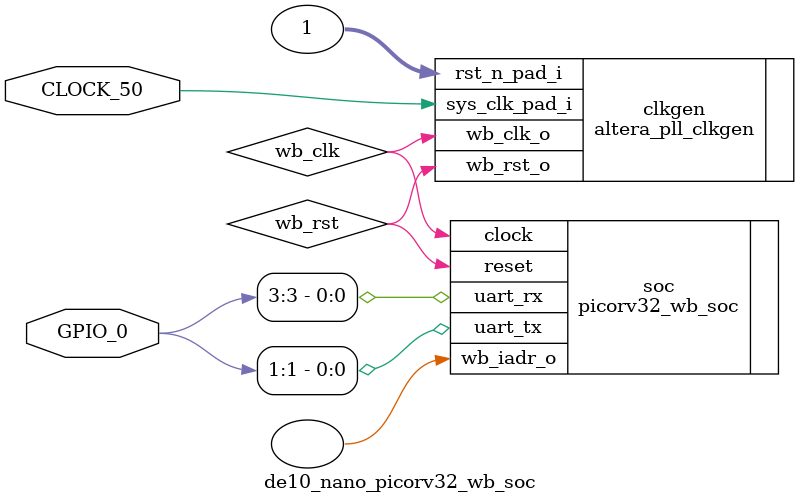
<source format=v>
module de10_nano_picorv32_wb_soc(
	input  CLOCK_50,
	inout  [35:0] GPIO_0
	);

	wire wb_clk;
	wire wb_rst;

	altera_pll_clkgen #(
		.INPUT_FREQUENCY ("50.0 MHz"),
		.OUTPUT_CLOCK0_FREQUENCY ("24.0 MHz")
	)
	clkgen(
		.sys_clk_pad_i(CLOCK_50),
		.rst_n_pad_i(1),
		.wb_clk_o(wb_clk),
		.wb_rst_o(wb_rst)
	);

	picorv32_wb_soc #(
		.BOOTROM_MEMFILE ("../src/riscv-nmon_0/nmon_picorv32-wb-soc_24MHz_115200.txt"),
		.BOOTROM_MEMDEPTH (1024)
	)
	soc(
		.clock(wb_clk),
		.reset(wb_rst),
		.wb_iadr_o(),
		.uart_rx(GPIO_0[3]),
		.uart_tx(GPIO_0[1])
	);

endmodule

</source>
